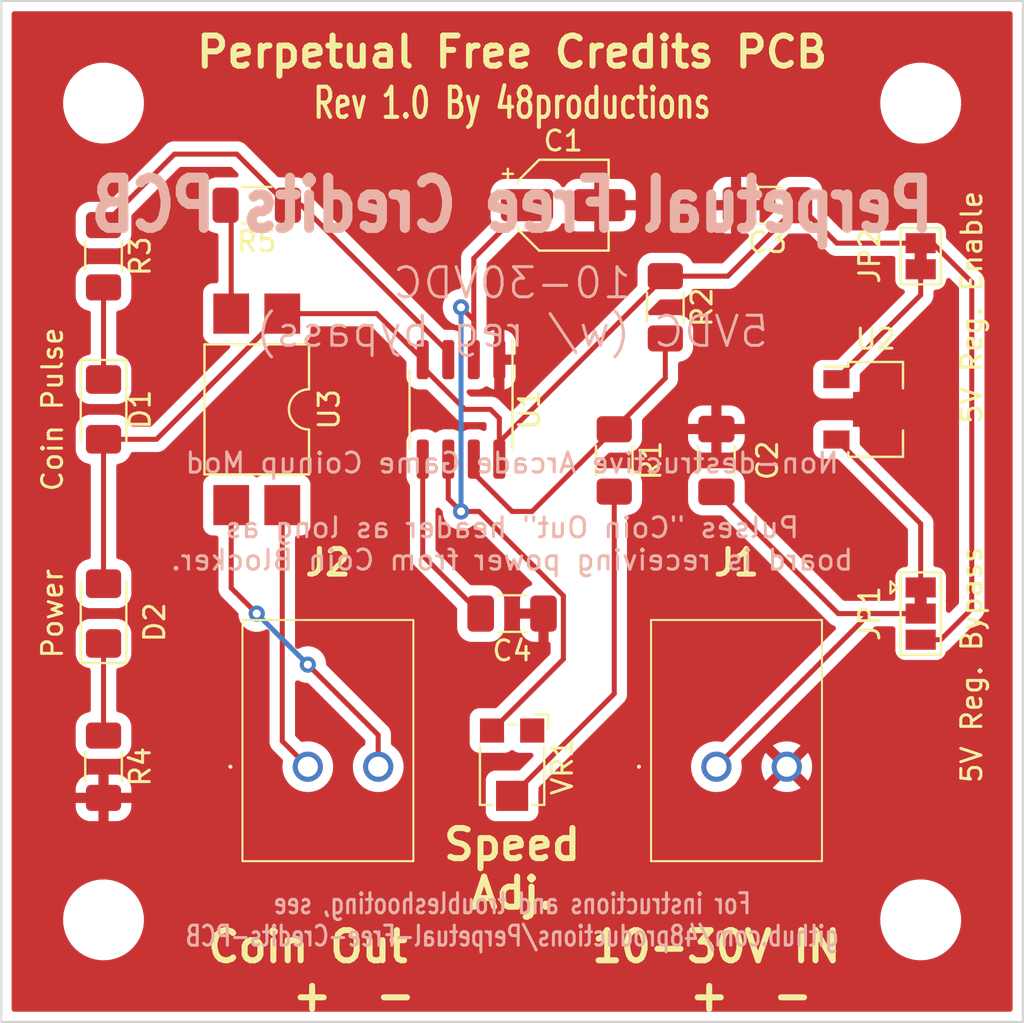
<source format=kicad_pcb>
(kicad_pcb (version 20211014) (generator pcbnew)
  (layers (0 "F.Cu" signal) (31 "B.Cu" signal) (34 "B.Paste" user) (35 "F.Paste" user) (36 "B.SilkS" user "B.Silkscreen") (37 "F.SilkS" user "F.Silkscreen") (38 "B.Mask" user) (39 "F.Mask" user) (44 "Edge.Cuts" user))
  (net 0 "")
  (net 1 "Net-(C1-Pad1)")
  (net 2 "GND")
  (net 3 "+5V")
  (net 4 "Net-(C4-Pad2)")
  (net 5 "Net-(D1-Pad1)")
  (net 6 "Net-(D2-Pad1)")
  (net 7 "Net-(R1-Pad1)")
  (net 8 "Net-(R1-Pad2)")
  (net 9 "Net-(R3-Pad1)")
  (net 10 "Net-(R5-Pad2)")
  (net 12 "Net-(JP1-Pad1)")
  (net 13 "Net-(C2-Pad1)")
  (net 14 "Net-(J2-Pad1)")
  (net 15 "Net-(J2-Pad2)")
  (net 16 "Net-(JP2-Pad2)")
  (footprint "MountingHole:MountingHole_3mm" (layer "F.Cu") (at 205.74 127)
    (fp_text reference "H4" hide)
    (fp_text value "MountingHole")
    (pad "" np_thru_hole circle (at 0 0) (size 3 3) (drill 3) (layers *.Cu *.Mask))
  )
  (footprint "Jumper:SolderJumper-3_P1.3mm_Bridged12_Pad1.0x1.5mm" (layer "F.Cu") (at 205.74 111.76 -90)
    (fp_text reference "JP1" (at 0 2.54 90) (layer "F.SilkS"))
    (fp_text value "5V Reg. Bypass" (at 2.54 -2.54 90) (layer "F.SilkS"))
    (fp_poly (pts (xy -0.9 -0.3) (xy -0.4 -0.3) (xy -0.4 0.3) (xy -0.9 0.3)) (layer "F.Cu") (width 0) (fill solid))
    (fp_line (start 2.05 -1) (end 2.05 1) (layer "F.SilkS") (width 0.12))
    (fp_line (start -2.05 -1) (end 2.05 -1) (layer "F.SilkS") (width 0.12))
    (fp_line (start -1.3 1.2) (end -1 1.5) (layer "F.SilkS") (width 0.12))
    (fp_line (start 2.05 1) (end -2.05 1) (layer "F.SilkS") (width 0.12))
    (fp_line (start -2.05 1) (end -2.05 -1) (layer "F.SilkS") (width 0.12))
    (fp_line (start -1.6 1.5) (end -1 1.5) (layer "F.SilkS") (width 0.12))
    (fp_line (start -1.3 1.2) (end -1.6 1.5) (layer "F.SilkS") (width 0.12))
    (pad "1" smd rect (at -1.3 0 270) (size 1 1.5) (layers "F.Cu" "F.Mask") (net 12 "Net-(JP1-Pad1)"))
    (pad "2" smd rect (at 0 0 270) (size 1 1.5) (layers "F.Cu" "F.Mask") (net 13 "Net-(C2-Pad1)"))
    (pad "3" smd rect (at 1.3 0 270) (size 1 1.5) (layers "F.Cu" "F.Mask") (net 3 "+5V"))
  )
  (footprint "Capacitor_SMD:C_1206_3216Metric_Pad1.33x1.80mm_HandSolder" (layer "F.Cu") (at 198.12 91.44 180)
    (fp_text reference "C3" (at 0 -1.85) (layer "F.SilkS"))
    (fp_text value "0.1uF")
    (fp_line (start -0.711252 -0.91) (end 0.711252 -0.91) (layer "F.SilkS") (width 0.12))
    (fp_line (start -0.711252 0.91) (end 0.711252 0.91) (layer "F.SilkS") (width 0.12))
    (pad "1" smd roundrect (at -1.5625 0 180) (size 1.325 1.8) (layers "F.Cu" "F.Paste" "F.Mask") (roundrect_rratio 0.1886792453) (net 3 "+5V"))
    (pad "2" smd roundrect (at 1.5625 0 180) (size 1.325 1.8) (layers "F.Cu" "F.Paste" "F.Mask") (roundrect_rratio 0.1886792453) (net 2 "GND"))
  )
  (footprint "Resistor_SMD:R_1206_3216Metric_Pad1.30x1.75mm_HandSolder" (layer "F.Cu") (at 165.1 119.38 -90)
    (fp_text reference "R4" (at 0 -1.82 90) (layer "F.SilkS"))
    (fp_text value "330r")
    (fp_line (start -0.727064 -0.91) (end 0.727064 -0.91) (layer "F.SilkS") (width 0.12))
    (fp_line (start -0.727064 0.91) (end 0.727064 0.91) (layer "F.SilkS") (width 0.12))
    (pad "1" smd roundrect (at -1.55 0 270) (size 1.3 1.75) (layers "F.Cu" "F.Paste" "F.Mask") (roundrect_rratio 0.1923076923) (net 6 "Net-(D2-Pad1)"))
    (pad "2" smd roundrect (at 1.55 0 270) (size 1.3 1.75) (layers "F.Cu" "F.Paste" "F.Mask") (roundrect_rratio 0.1923076923) (net 2 "GND"))
  )
  (footprint "MountingHole:MountingHole_3mm" (layer "F.Cu") (at 165.1 127)
    (fp_text reference "H3" hide)
    (fp_text value "MountingHole")
    (pad "" np_thru_hole circle (at 0 0) (size 3 3) (drill 3) (layers *.Cu *.Mask))
  )
  (footprint "Resistor_SMD:R_1206_3216Metric_Pad1.30x1.75mm_HandSolder" (layer "F.Cu") (at 165.1 93.98 -90)
    (fp_text reference "R3" (at 0 -1.82 90) (layer "F.SilkS"))
    (fp_text value "330r")
    (fp_line (start -0.727064 0.91) (end 0.727064 0.91) (layer "F.SilkS") (width 0.12))
    (fp_line (start -0.727064 -0.91) (end 0.727064 -0.91) (layer "F.SilkS") (width 0.12))
    (pad "1" smd roundrect (at -1.55 0 270) (size 1.3 1.75) (layers "F.Cu" "F.Paste" "F.Mask") (roundrect_rratio 0.1923076923) (net 9 "Net-(R3-Pad1)"))
    (pad "2" smd roundrect (at 1.55 0 270) (size 1.3 1.75) (layers "F.Cu" "F.Paste" "F.Mask") (roundrect_rratio 0.1923076923) (net 5 "Net-(D1-Pad1)"))
  )
  (footprint "MountingHole:MountingHole_3mm" (layer "F.Cu") (at 205.74 86.36)
    (fp_text reference "H2" hide)
    (fp_text value "MountingHole")
    (pad "" np_thru_hole circle (at 0 0) (size 3 3) (drill 3) (layers *.Cu *.Mask))
  )
  (footprint "Capacitor_SMD:C_1206_3216Metric_Pad1.33x1.80mm_HandSolder" (layer "F.Cu") (at 195.58 104.14 90)
    (fp_text reference "C2" (at 0 2.54 90) (layer "F.SilkS"))
    (fp_text value "0.33uF")
    (fp_line (start -0.711252 0.91) (end 0.711252 0.91) (layer "F.SilkS") (width 0.12))
    (fp_line (start -0.711252 -0.91) (end 0.711252 -0.91) (layer "F.SilkS") (width 0.12))
    (pad "1" smd roundrect (at -1.5625 0 90) (size 1.325 1.8) (layers "F.Cu" "F.Paste" "F.Mask") (roundrect_rratio 0.1886792453) (net 13 "Net-(C2-Pad1)"))
    (pad "2" smd roundrect (at 1.5625 0 90) (size 1.325 1.8) (layers "F.Cu" "F.Paste" "F.Mask") (roundrect_rratio 0.1886792453) (net 2 "GND"))
  )
  (footprint "Potentiometer_SMD:Potentiometer_Bourns_TC33X_Vertical" (layer "F.Cu") (at 185.42 119.38 -90)
    (fp_text reference "VR1" (at 0 -2.5 90) (layer "F.SilkS"))
    (fp_text value "10k")
    (fp_line (start -1 1.6) (end 1.9 1.6) (layer "F.SilkS") (width 0.12))
    (fp_line (start -1.9 -1.8) (end -2.6 -1.8) (layer "F.SilkS") (width 0.12))
    (fp_line (start 1.9 1.6) (end 1.9 1) (layer "F.SilkS") (width 0.12))
    (fp_line (start 1.9 -1.6) (end 1.9 -1) (layer "F.SilkS") (width 0.12))
    (fp_line (start -2.6 -1.8) (end -2.6 -1.1) (layer "F.SilkS") (width 0.12))
    (fp_line (start -2.1 -0.2) (end -2.1 0.2) (layer "F.SilkS") (width 0.12))
    (fp_line (start -1 -1.6) (end 1.9 -1.6) (layer "F.SilkS") (width 0.12))
    (pad "1" smd rect (at -1.8 -1 270) (size 1.2 1.2) (layers "F.Cu" "F.Paste" "F.Mask"))
    (pad "2" smd rect (at 1.45 0 270) (size 1.5 1.6) (layers "F.Cu" "F.Paste" "F.Mask") (net 8 "Net-(R1-Pad2)"))
    (pad "3" smd rect (at -1.8 1 270) (size 1.2 1.2) (layers "F.Cu" "F.Paste" "F.Mask") (net 1 "Net-(C1-Pad1)"))
  )
  (footprint "Capacitor_SMD:CP_Elec_4x4.5" (layer "F.Cu") (at 187.96 91.44)
    (fp_text reference "C1" (at 0 -3.2) (layer "F.SilkS"))
    (fp_text value "10uF")
    (fp_line (start -2.26 -1.195563) (end -1.195563 -2.26) (layer "F.SilkS") (width 0.12))
    (fp_line (start -2.75 -1.81) (end -2.75 -1.31) (layer "F.SilkS") (width 0.12))
    (fp_line (start -2.26 1.195563) (end -2.26 1.06) (layer "F.SilkS") (width 0.12))
    (fp_line (start -2.26 -1.195563) (end -2.26 -1.06) (layer "F.SilkS") (width 0.12))
    (fp_line (start -3 -1.56) (end -2.5 -1.56) (layer "F.SilkS") (width 0.12))
    (fp_line (start -2.26 1.195563) (end -1.195563 2.26) (layer "F.SilkS") (width 0.12))
    (fp_line (start -1.195563 -2.26) (end 2.26 -2.26) (layer "F.SilkS") (width 0.12))
    (fp_line (start -1.195563 2.26) (end 2.26 2.26) (layer "F.SilkS") (width 0.12))
    (fp_line (start 2.26 -2.26) (end 2.26 -1.06) (layer "F.SilkS") (width 0.12))
    (fp_line (start 2.26 2.26) (end 2.26 1.06) (layer "F.SilkS") (width 0.12))
    (pad "1" smd roundrect (at -1.8 0) (size 2.6 1.6) (layers "F.Cu" "F.Paste" "F.Mask") (roundrect_rratio 0.15625) (net 1 "Net-(C1-Pad1)"))
    (pad "2" smd roundrect (at 1.8 0) (size 2.6 1.6) (layers "F.Cu" "F.Paste" "F.Mask") (roundrect_rratio 0.15625) (net 2 "GND"))
  )
  (footprint "Phoenix Contact-PTSA:1713017" (layer "F.Cu") (at 195.58 119.38)
    (fp_text reference "J1" (at 1 -10.16) (layer "F.SilkS") (effects (font (size 1.27 1.27) (thickness 0.254))))
    (fp_text value "VIN 10-30VDC" hide)
    (fp_line (start -3.25 -7.3) (end 5.25 -7.3) (layer "F.SilkS") (width 0.1))
    (fp_line (start 5.25 4.7) (end -3.25 4.7) (layer "F.SilkS") (width 0.1))
    (fp_line (start 5.25 -7.3) (end 5.25 4.7) (layer "F.SilkS") (width 0.1))
    (fp_line (start -3.9 0) (end -3.9 0) (layer "F.SilkS") (width 0.1))
    (fp_line (start -3.8 0) (end -3.8 0) (layer "F.SilkS") (width 0.1))
    (fp_line (start -3.25 4.7) (end -3.25 -7.3) (layer "F.SilkS") (width 0.1))
    (fp_arc (start -3.8 0) (mid -3.85 0.05) (end -3.9 0) (layer "F.SilkS") (width 0.1))
    (fp_arc (start -3.9 0) (mid -3.85 -0.05) (end -3.8 0) (layer "F.SilkS") (width 0.1))
    (pad "1" thru_hole circle locked (at 0 0) (size 1.5 1.5) (drill 1) (layers *.Cu *.Mask) (net 13 "Net-(C2-Pad1)"))
    (pad "2" thru_hole circle locked (at 3.5 0) (size 1.5 1.5) (drill 1) (layers *.Cu *.Mask) (net 2 "GND"))
  )
  (footprint "Package_DIP:SMDIP-4_W9.53mm" (layer "F.Cu") (at 172.72 101.6 -90)
    (fp_text reference "U3" (at 0 -3.6 90) (layer "F.SilkS"))
    (fp_text value "LTV-817S")
    (fp_line (start -3.235 -2.6) (end -3.235 2.6) (layer "F.SilkS") (width 0.12))
    (fp_line (start -1 -2.6) (end -3.235 -2.6) (layer "F.SilkS") (width 0.12))
    (fp_line (start 3.235 -2.6) (end 1 -2.6) (layer "F.SilkS") (width 0.12))
    (fp_line (start 3.235 2.6) (end 3.235 -2.6) (layer "F.SilkS") (width 0.12))
    (fp_line (start -3.235 2.6) (end 3.235 2.6) (layer "F.SilkS") (width 0.12))
    (fp_arc (start 1 -2.6) (mid 0 -1.6) (end -1 -2.6) (layer "F.SilkS") (width 0.12))
    (pad "1" smd rect (at -4.765 -1.27 270) (size 2 1.78) (layers "F.Cu" "F.Paste" "F.Mask") (net 3 "+5V"))
    (pad "2" smd rect (at -4.765 1.27 270) (size 2 1.78) (layers "F.Cu" "F.Paste" "F.Mask") (net 10 "Net-(R5-Pad2)"))
    (pad "3" smd rect (at 4.765 1.27 270) (size 2 1.78) (layers "F.Cu" "F.Paste" "F.Mask") (net 15 "Net-(J2-Pad2)"))
    (pad "4" smd rect (at 4.765 -1.27 270) (size 2 1.78) (layers "F.Cu" "F.Paste" "F.Mask") (net 14 "Net-(J2-Pad1)"))
  )
  (footprint "MountingHole:MountingHole_3mm" (layer "F.Cu") (at 165.1 86.36)
    (fp_text reference "H1" hide)
    (fp_text value "MountingHole")
    (pad "" np_thru_hole circle (at 0 0) (size 3 3) (drill 3) (layers *.Cu *.Mask))
  )
  (footprint "Resistor_SMD:R_1206_3216Metric_Pad1.30x1.75mm_HandSolder" (layer "F.Cu") (at 193.04 96.52 -90)
    (fp_text reference "R2" (at 0 -1.82 90) (layer "F.SilkS"))
    (fp_text value "20k")
    (fp_line (start -0.727064 -0.91) (end 0.727064 -0.91) (layer "F.SilkS") (width 0.12))
    (fp_line (start -0.727064 0.91) (end 0.727064 0.91) (layer "F.SilkS") (width 0.12))
    (pad "1" smd roundrect (at -1.55 0 270) (size 1.3 1.75) (layers "F.Cu" "F.Paste" "F.Mask") (roundrect_rratio 0.1923076923) (net 3 "+5V"))
    (pad "2" smd roundrect (at 1.55 0 270) (size 1.3 1.75) (layers "F.Cu" "F.Paste" "F.Mask") (roundrect_rratio 0.1923076923) (net 7 "Net-(R1-Pad1)"))
  )
  (footprint "Resistor_SMD:R_1206_3216Metric_Pad1.30x1.75mm_HandSolder" (layer "F.Cu") (at 172.72 91.44 180)
    (fp_text reference "R5" (at 0 -1.82) (layer "F.SilkS"))
    (fp_text value "330r")
    (fp_line (start -0.727064 -0.91) (end 0.727064 -0.91) (layer "F.SilkS") (width 0.12))
    (fp_line (start -0.727064 0.91) (end 0.727064 0.91) (layer "F.SilkS") (width 0.12))
    (pad "1" smd roundrect (at -1.55 0 180) (size 1.3 1.75) (layers "F.Cu" "F.Paste" "F.Mask") (roundrect_rratio 0.1923076923) (net 9 "Net-(R3-Pad1)"))
    (pad "2" smd roundrect (at 1.55 0 180) (size 1.3 1.75) (layers "F.Cu" "F.Paste" "F.Mask") (roundrect_rratio 0.1923076923) (net 10 "Net-(R5-Pad2)"))
  )
  (footprint "LED_SMD:LED_1206_3216Metric_Pad1.42x1.75mm_HandSolder" (layer "F.Cu") (at 165.1 101.6 -90)
    (fp_text reference "D1" (at 0 -1.82 90) (layer "F.SilkS"))
    (fp_text value "Coin Pulse" (at 0 2.54 90) (layer "F.SilkS"))
    (fp_line (start 1.6 -1.135) (end -2.46 -1.135) (layer "F.SilkS") (width 0.12))
    (fp_line (start -2.46 -1.135) (end -2.46 1.135) (layer "F.SilkS") (width 0.12))
    (fp_line (start -2.46 1.135) (end 1.6 1.135) (layer "F.SilkS") (width 0.12))
    (pad "1" smd roundrect (at -1.4875 0 270) (size 1.425 1.75) (layers "F.Cu" "F.Paste" "F.Mask") (roundrect_rratio 0.1754392982) (net 5 "Net-(D1-Pad1)"))
    (pad "2" smd roundrect (at 1.4875 0 270) (size 1.425 1.75) (layers "F.Cu" "F.Paste" "F.Mask") (roundrect_rratio 0.1754392982) (net 3 "+5V"))
  )
  (footprint "LED_SMD:LED_1206_3216Metric_Pad1.42x1.75mm_HandSolder" (layer "F.Cu") (at 165.1 111.76 90)
    (fp_text reference "D2" (at -0.43 2.54 90) (layer "F.SilkS"))
    (fp_text value "Power" (at 0 -2.54 90) (layer "F.SilkS"))
    (fp_line (start 1.6 -1.135) (end -2.46 -1.135) (layer "F.SilkS") (width 0.12))
    (fp_line (start -2.46 -1.135) (end -2.46 1.135) (layer "F.SilkS") (width 0.12))
    (fp_line (start -2.46 1.135) (end 1.6 1.135) (layer "F.SilkS") (width 0.12))
    (pad "1" smd roundrect (at -1.4875 0 90) (size 1.425 1.75) (layers "F.Cu" "F.Paste" "F.Mask") (roundrect_rratio 0.1754392982) (net 6 "Net-(D2-Pad1)"))
    (pad "2" smd roundrect (at 1.4875 0 90) (size 1.425 1.75) (layers "F.Cu" "F.Paste" "F.Mask") (roundrect_rratio 0.1754392982) (net 3 "+5V"))
  )
  (footprint "Resistor_SMD:R_1206_3216Metric_Pad1.30x1.75mm_HandSolder" (layer "F.Cu") (at 190.5 104.14 -90)
    (fp_text reference "R1" (at 0 -1.82 90) (layer "F.SilkS"))
    (fp_text value "1k")
    (fp_line (start -0.727064 0.91) (end 0.727064 0.91) (layer "F.SilkS") (width 0.12))
    (fp_line (start -0.727064 -0.91) (end 0.727064 -0.91) (layer "F.SilkS") (width 0.12))
    (pad "1" smd roundrect (at -1.55 0 270) (size 1.3 1.75) (layers "F.Cu" "F.Paste" "F.Mask") (roundrect_rratio 0.1923076923) (net 7 "Net-(R1-Pad1)"))
    (pad "2" smd roundrect (at 1.55 0 270) (size 1.3 1.75) (layers "F.Cu" "F.Paste" "F.Mask") (roundrect_rratio 0.1923076923) (net 8 "Net-(R1-Pad2)"))
  )
  (footprint "Phoenix Contact-PTSA:1713017" (layer "F.Cu") (at 175.26 119.38)
    (fp_text reference "J2" (at 1 -10.16) (layer "F.SilkS") (effects (font (size 1.27 1.27) (thickness 0.254))))
    (fp_text value "Coin Out" hide)
    (fp_line (start 5.25 -7.3) (end 5.25 4.7) (layer "F.SilkS") (width 0.1))
    (fp_line (start -3.25 -7.3) (end 5.25 -7.3) (layer "F.SilkS") (width 0.1))
    (fp_line (start -3.25 4.7) (end -3.25 -7.3) (layer "F.SilkS") (width 0.1))
    (fp_line (start -3.9 0) (end -3.9 0) (layer "F.SilkS") (width 0.1))
    (fp_line (start -3.8 0) (end -3.8 0) (layer "F.SilkS") (width 0.1))
    (fp_line (start 5.25 4.7) (end -3.25 4.7) (layer "F.SilkS") (width 0.1))
    (fp_arc (start -3.9 0) (mid -3.85 -0.05) (end -3.8 0) (layer "F.SilkS") (width 0.1))
    (fp_arc (start -3.8 0) (mid -3.85 0.05) (end -3.9 0) (layer "F.SilkS") (width 0.1))
    (pad "1" thru_hole circle locked (at 0 0) (size 1.5 1.5) (drill 1) (layers *.Cu *.Mask) (net 14 "Net-(J2-Pad1)"))
    (pad "2" thru_hole circle locked (at 3.5 0) (size 1.5 1.5) (drill 1) (layers *.Cu *.Mask) (net 15 "Net-(J2-Pad2)"))
  )
  (footprint "Package_SO:SOIC-8_3.9x4.9mm_P1.27mm" (layer "F.Cu") (at 182.88 101.6 -90)
    (fp_text reference "U1" (at 0 -3.4 90) (layer "F.SilkS"))
    (fp_text value "NE555D")
    (fp_line (start 0 -2.56) (end -3.45 -2.56) (layer "F.SilkS") (width 0.12))
    (fp_line (start 0 -2.56) (end 1.95 -2.56) (layer "F.SilkS") (width 0.12))
    (fp_line (start 0 2.56) (end 1.95 2.56) (layer "F.SilkS") (width 0.12))
    (fp_line (start 0 2.56) (end -1.95 2.56) (layer "F.SilkS") (width 0.12))
    (pad "1" smd roundrect (at -2.475 -1.905 270) (size 1.95 0.6) (layers "F.Cu" "F.Paste" "F.Mask") (net 2 "GND"))
    (pad "2" smd roundrect (at -2.475 -0.635 270) (size 1.95 0.6) (layers "F.Cu" "F.Paste" "F.Mask") (net 1 "Net-(C1-Pad1)"))
    (pad "3" smd roundrect (at -2.475 0.635 270) (size 1.95 0.6) (layers "F.Cu" "F.Paste" "F.Mask") (net 9 "Net-(R3-Pad1)"))
    (pad "4" smd roundrect (at -2.475 1.905 270) (size 1.95 0.6) (layers "F.Cu" "F.Paste" "F.Mask") (net 3 "+5V"))
    (pad "5" smd roundrect (at 2.475 1.905 270) (size 1.95 0.6) (layers "F.Cu" "F.Paste" "F.Mask") (net 4 "Net-(C4-Pad2)"))
    (pad "6" smd roundrect (at 2.475 0.635 270) (size 1.95 0.6) (layers "F.Cu" "F.Paste" "F.Mask") (net 1 "Net-(C1-Pad1)"))
    (pad "7" smd roundrect (at 2.475 -0.635 270) (size 1.95 0.6) (layers "F.Cu" "F.Paste" "F.Mask") (net 7 "Net-(R1-Pad1)"))
    (pad "8" smd roundrect (at 2.475 -1.905 270) (size 1.95 0.6) (layers "F.Cu" "F.Paste" "F.Mask") (net 3 "+5V"))
  )
  (footprint "Jumper:SolderJumper-2_P1.3mm_Bridged_Pad1.0x1.5mm" (layer "F.Cu") (at 205.74 93.98 -90)
    (fp_text reference "JP2" (at 0 2.54 90) (layer "F.SilkS"))
    (fp_text value "5V Reg. Enable" (at 2.54 -2.54 90) (layer "F.SilkS"))
    (fp_poly (pts (xy -0.25 -0.3) (xy 0.25 -0.3) (xy 0.25 0.3) (xy -0.25 0.3)) (layer "F.Cu") (width 0) (fill solid))
    (fp_line (start -1.4 1) (end -1.4 -1) (layer "F.SilkS") (width 0.12))
    (fp_line (start -1.4 -1) (end 1.4 -1) (layer "F.SilkS") (width 0.12))
    (fp_line (start 1.4 -1) (end 1.4 1) (layer "F.SilkS") (width 0.12))
    (fp_line (start 1.4 1) (end -1.4 1) (layer "F.SilkS") (width 0.12))
    (pad "1" smd rect (at -0.65 0 270) (size 1 1.5) (layers "F.Cu" "F.Mask") (net 3 "+5V"))
    (pad "2" smd rect (at 0.65 0 270) (size 1 1.5) (layers "F.Cu" "F.Mask") (net 16 "Net-(JP2-Pad2)"))
  )
  (footprint "Capacitor_SMD:C_1206_3216Metric_Pad1.33x1.80mm_HandSolder" (layer "F.Cu") (at 185.42 111.76 180)
    (fp_text reference "C4" (at 0 -1.85) (layer "F.SilkS"))
    (fp_text value "10nF")
    (fp_line (start -0.711252 0.91) (end 0.711252 0.91) (layer "F.SilkS") (width 0.12))
    (fp_line (start -0.711252 -0.91) (end 0.711252 -0.91) (layer "F.SilkS") (width 0.12))
    (pad "1" smd roundrect (at -1.5625 0 180) (size 1.325 1.8) (layers "F.Cu" "F.Paste" "F.Mask") (roundrect_rratio 0.1886792453) (net 2 "GND"))
    (pad "2" smd roundrect (at 1.5625 0 180) (size 1.325 1.8) (layers "F.Cu" "F.Paste" "F.Mask") (roundrect_rratio 0.1886792453) (net 4 "Net-(C4-Pad2)"))
  )
  (footprint "Package_TO_SOT_SMD:SOT-89-3" (layer "F.Cu") (at 203.2 101.6)
    (fp_text reference "U2" (at 0.3 -3.5) (layer "F.SilkS"))
    (fp_text value "MC78L05_SOT89")
    (fp_line (start -1.06 -2.36) (end 1.66 -2.36) (layer "F.SilkS") (width 0.12))
    (fp_line (start -1.06 -2.36) (end -1.06 -2.13) (layer "F.SilkS") (width 0.12))
    (fp_line (start -2.2 -2.13) (end -1.06 -2.13) (layer "F.SilkS") (width 0.12))
    (fp_line (start 1.66 2.36) (end -1.06 2.36) (layer "F.SilkS") (width 0.12))
    (fp_line (start 1.66 -2.36) (end 1.66 -1.05) (layer "F.SilkS") (width 0.12))
    (fp_line (start -1.06 2.36) (end -1.06 2.13) (layer "F.SilkS") (width 0.12))
    (fp_line (start 1.66 1.05) (end 1.66 2.36) (layer "F.SilkS") (width 0.12))
    (pad "1" smd rect (at -1.65 -1.5) (size 1.3 0.9) (layers "F.Cu" "F.Paste" "F.Mask") (net 16 "Net-(JP2-Pad2)"))
    (pad "2" smd custom (at -1.5625 0) (size 1.475 0.9) (layers "F.Cu" "F.Paste" "F.Mask") (net 2 "GND") (options (clearance outline) (anchor rect)) (primitives (gr_poly (pts (xy 3.8625 0.8665) (xy 0.7375 0.8665) (xy 0.7375 -0.8665) (xy 3.8625 -0.8665)) (width 0) (fill yes))))
    (pad "3" smd rect (at -1.65 1.5) (size 1.3 0.9) (layers "F.Cu" "F.Paste" "F.Mask") (net 12 "Net-(JP1-Pad1)"))
  )
  (gr_rect (start 160.02 81.28) (end 210.82 132.08) (layer "Edge.Cuts") (width 0.1) (fill none))
  (gr_text "Non-destructive Arcade Game Coinup Mod\n\nPulses {dblquote}Coin Out{dblquote} header as long as\nboard is receiving power from Coin Blocker.\n" (at 185.42 106.68) (layer "B.SilkS") (effects (font (size 1 1)) (justify mirror)))
  (gr_text "10-30VDC\n5VDC (w/ reg bypass)" (at 185.42 96.52) (layer "B.SilkS") (effects (font (size 1.5 1.5)) (justify mirror)))
  (gr_text "Perpetual Free Credits PCB" (at 185.42 91.44) (layer "B.SilkS") (effects (font (size 2.5 2.000001) (thickness 0.499999)) (justify mirror)))
  (gr_text "For instructions and troubleshooting, see\ngithub.com/48productions/Perpetual-Free-Credits-PCB" (at 185.42 127) (layer "B.SilkS") (effects (font (size 1 0.750001)) (justify mirror)))
  (gr_text "Rev 1.0 By 48productions" (at 185.42 86.36) (layer "F.SilkS") (effects (font (size 1.5 1.000001) (thickness 0.2032))))
  (gr_text "10-30V IN\n   +  -" (at 195.58 129.54) (layer "F.SilkS") (effects (font (size 1.5 1.5) (thickness 0.3))))
  (gr_text "Perpetual Free Credits PCB" (at 185.42 83.82) (layer "F.SilkS") (effects (font (size 1.5 1.5) (thickness 0.3))))
  (gr_text "Speed\nAdj." (at 185.42 124.46) (layer "F.SilkS") (effects (font (size 1.5 1.5) (thickness 0.3))))
  (gr_text "Coin Out\n    +  -" (at 175.26 129.54) (layer "F.SilkS") (effects (font (size 1.5 1.5) (thickness 0.3))))
  (segment (start 187.97 114.03) (end 187.97 110.871827) (width 0.25) (layer "F.Cu") (net 1))
  (segment (start 182.88 96.52) (end 183.515 97.155) (width 0.25) (layer "F.Cu") (net 1))
  (segment (start 184.42 117.58) (end 187.97 114.03) (width 0.25) (layer "F.Cu") (net 1))
  (segment (start 183.515 97.155) (end 183.515 99.125) (width 0.25) (layer "F.Cu") (net 1))
  (segment (start 182.245 106.045) (end 182.88 106.68) (width 0.25) (layer "F.Cu") (net 1))
  (segment (start 187.97 110.871827) (end 183.778173 106.68) (width 0.25) (layer "F.Cu") (net 1))
  (segment (start 183.778173 106.68) (end 182.88 106.68) (width 0.25) (layer "F.Cu") (net 1))
  (segment (start 182.245 104.075) (end 182.245 106.045) (width 0.25) (layer "F.Cu") (net 1))
  (segment (start 186.16 91.44) (end 183.515 94.085) (width 0.25) (layer "F.Cu") (net 1))
  (segment (start 183.515 94.085) (end 183.515 97.155) (width 0.25) (layer "F.Cu") (net 1))
  (via (at 182.88 106.68) (size 0.8) (drill 0.4) (layers "F.Cu" "B.Cu") (net 1))
  (via (at 182.88 96.52) (size 0.8) (drill 0.4) (layers "F.Cu" "B.Cu") (net 1))
  (segment (start 182.88 106.68) (end 182.88 96.52) (width 0.25) (layer "B.Cu") (net 1))
  (segment (start 184.785 102.041751) (end 184.343249 101.6) (width 0.25) (layer "F.Cu") (net 3))
  (segment (start 180.975 99.125) (end 178.685 96.835) (width 0.25) (layer "F.Cu") (net 3))
  (segment (start 193.04 94.97) (end 196.1525 94.97) (width 0.25) (layer "F.Cu") (net 3))
  (segment (start 180.975 99.125) (end 180.975 99.695) (width 0.25) (layer "F.Cu") (net 3))
  (segment (start 183.073249 101.6) (end 184.343249 101.6) (width 0.25) (layer "F.Cu") (net 3))
  (segment (start 167.7375 103.0875) (end 165.1 103.0875) (width 0.25) (layer "F.Cu") (net 3))
  (segment (start 184.785 104.075) (end 184.785 102.041751) (width 0.25) (layer "F.Cu") (net 3))
  (segment (start 173.99 96.835) (end 167.7375 103.0875) (width 0.25) (layer "F.Cu") (net 3))
  (segment (start 201.5725 93.33) (end 205.74 93.33) (width 0.25) (layer "F.Cu") (net 3))
  (segment (start 196.1525 94.97) (end 199.6825 91.44) (width 0.25) (layer "F.Cu") (net 3))
  (segment (start 165.1 110.2725) (end 165.1 103.0875) (width 0.25) (layer "F.Cu") (net 3))
  (segment (start 178.685 96.835) (end 173.99 96.835) (width 0.25) (layer "F.Cu") (net 3))
  (segment (start 206.74 113.06) (end 208.28 111.52) (width 0.25) (layer "F.Cu") (net 3))
  (segment (start 180.975 99.501751) (end 183.073249 101.6) (width 0.25) (layer "F.Cu") (net 3))
  (segment (start 199.6825 91.44) (end 201.5725 93.33) (width 0.25) (layer "F.Cu") (net 3))
  (segment (start 205.74 113.06) (end 206.74 113.06) (width 0.25) (layer "F.Cu") (net 3))
  (segment (start 184.785 103.225) (end 184.785 104.075) (width 0.25) (layer "F.Cu") (net 3))
  (segment (start 208.28 111.52) (end 208.28 95.27) (width 0.25) (layer "F.Cu") (net 3))
  (segment (start 180.975 99.125) (end 180.975 99.501751) (width 0.25) (layer "F.Cu") (net 3))
  (segment (start 208.28 95.27) (end 206.34 93.33) (width 0.25) (layer "F.Cu") (net 3))
  (segment (start 206.34 93.33) (end 205.74 93.33) (width 0.25) (layer "F.Cu") (net 3))
  (segment (start 193.04 94.97) (end 184.785 103.225) (width 0.25) (layer "F.Cu") (net 3))
  (segment (start 180.975 108.8775) (end 180.975 104.075) (width 0.25) (layer "F.Cu") (net 4))
  (segment (start 183.8575 111.76) (end 180.975 108.8775) (width 0.25) (layer "F.Cu") (net 4))
  (segment (start 165.1 100.1125) (end 165.1 95.53) (width 0.25) (layer "F.Cu") (net 5))
  (segment (start 165.1 113.2475) (end 165.1 117.83) (width 0.25) (layer "F.Cu") (net 6))
  (segment (start 186.41 106.68) (end 185.42 106.68) (width 0.25) (layer "F.Cu") (net 7))
  (segment (start 193.04 100.05) (end 193.04 98.07) (width 0.25) (layer "F.Cu") (net 7))
  (segment (start 190.5 102.59) (end 193.04 100.05) (width 0.25) (layer "F.Cu") (net 7))
  (segment (start 183.515 104.775) (end 183.515 104.075) (width 0.25) (layer "F.Cu") (net 7))
  (segment (start 190.5 102.59) (end 186.41 106.68) (width 0.25) (layer "F.Cu") (net 7))
  (segment (start 185.42 106.68) (end 183.515 104.775) (width 0.25) (layer "F.Cu") (net 7))
  (segment (start 190.5 105.69) (end 190.5 115.75) (width 0.25) (layer "F.Cu") (net 8))
  (segment (start 190.5 115.75) (end 185.42 120.83) (width 0.25) (layer "F.Cu") (net 8))
  (segment (start 174.27 91.44) (end 174.936751 91.44) (width 0.25) (layer "F.Cu") (net 9))
  (segment (start 182.245 98.748249) (end 182.245 99.125) (width 0.25) (layer "F.Cu") (net 9))
  (segment (start 165.1 92.43) (end 168.63 88.9) (width 0.25) (layer "F.Cu") (net 9))
  (segment (start 168.63 88.9) (end 171.73 88.9) (width 0.25) (layer "F.Cu") (net 9))
  (segment (start 174.936751 91.44) (end 182.245 98.748249) (width 0.25) (layer "F.Cu") (net 9))
  (segment (start 171.73 88.9) (end 174.27 91.44) (width 0.25) (layer "F.Cu") (net 9))
  (segment (start 171.45 91.72) (end 171.17 91.44) (width 0.25) (layer "F.Cu") (net 10))
  (segment (start 171.45 96.835) (end 171.45 91.72) (width 0.25) (layer "F.Cu") (net 10))
  (segment (start 205.74 110.46) (end 205.74 107.29) (width 0.25) (layer "F.Cu") (net 12))
  (segment (start 205.74 107.29) (end 201.55 103.1) (width 0.25) (layer "F.Cu") (net 12))
  (segment (start 201.6375 111.76) (end 205.74 111.76) (width 0.25) (layer "F.Cu") (net 13))
  (segment (start 195.58 119.38) (end 203.2 111.76) (width 0.25) (layer "F.Cu") (net 13))
  (segment (start 195.58 105.7025) (end 201.6375 111.76) (width 0.25) (layer "F.Cu") (net 13))
  (segment (start 203.2 111.76) (end 205.74 111.76) (width 0.25) (layer "F.Cu") (net 13))
  (segment (start 173.99 118.11) (end 175.26 119.38) (width 0.25) (layer "F.Cu") (net 14))
  (segment (start 173.99 106.365) (end 173.99 118.11) (width 0.25) (layer "F.Cu") (net 14))
  (segment (start 178.76 119.38) (end 178.76 117.8) (width 0.25) (layer "F.Cu") (net 15))
  (segment (start 171.45 110.49) (end 172.72 111.76) (width 0.25) (layer "F.Cu") (net 15))
  (segment (start 171.45 106.365) (end 171.45 110.49) (width 0.25) (layer "F.Cu") (net 15))
  (segment (start 178.76 117.8) (end 175.26 114.3) (width 0.25) (layer "F.Cu") (net 15))
  (via (at 172.72 111.76) (size 0.8) (drill 0.4) (layers "F.Cu" "B.Cu") (net 15))
  (via (at 175.26 114.3) (size 0.8) (drill 0.4) (layers "F.Cu" "B.Cu") (net 15))
  (segment (start 175.26 114.3) (end 172.72 111.76) (width 0.25) (layer "B.Cu") (net 15))
  (segment (start 205.74 94.63) (end 205.74 95.91) (width 0.25) (layer "F.Cu") (net 16))
  (segment (start 205.74 95.91) (end 201.55 100.1) (width 0.25) (layer "F.Cu") (net 16))
  (zone (net 2) (net_name "GND") (layer "F.Cu") (connect_pads (clearance 0.508)) (min_thickness 0.254) (fill yes (thermal_gap 0.508) (thermal_bridge_width 0.508))
    (polygon (pts (xy 210.82 132.08) (xy 160.02 132.08) (xy 160.02 81.28) (xy 210.82 81.28)))
  )
)
</source>
